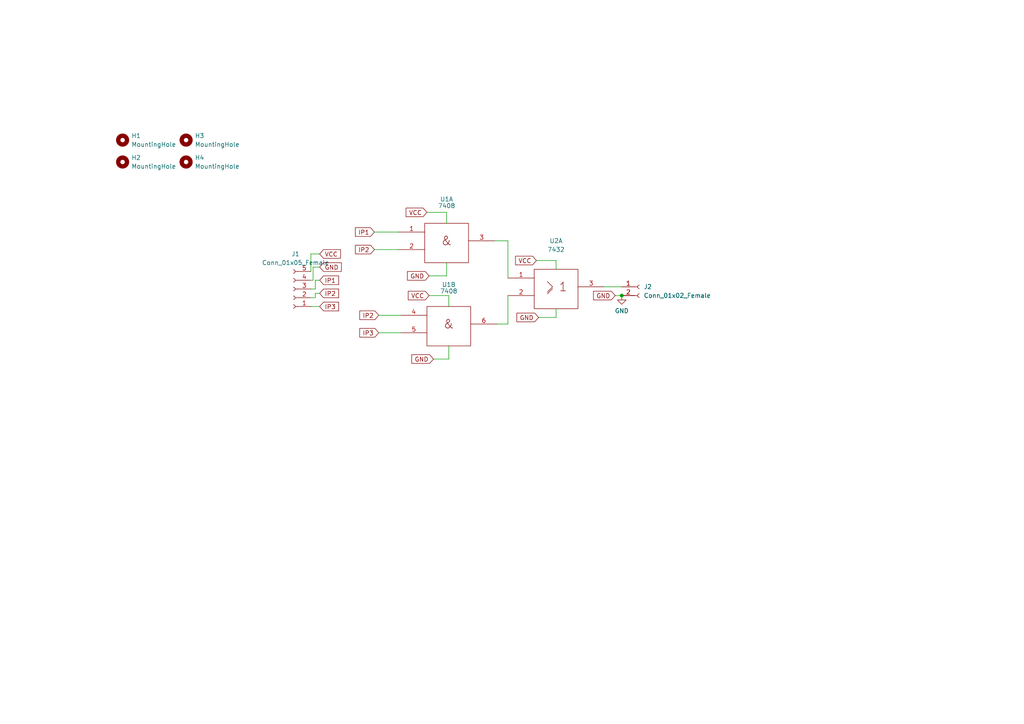
<source format=kicad_sch>
(kicad_sch (version 20211123) (generator eeschema)
  (paper "A4")
  (lib_symbols
    (symbol "74xx_IEEE:7408" (pin_names (offset 0.762))
      (property "Reference" "U" (at 2.54 7.62 0))
      (property "Value" "7408" (at 3.81 -8.89 0))
      (symbol "7408_0_1"
        (rectangle (start -6.35 5.08) (end 6.35 -6.35))
        (text "&" (at 0 0 0) (effects (font (size 2.54 2.54))))
        (pin power_in line (at 0 5.08 270) (length 0) hide (name "Vcc") (number "14"))
        (pin power_in line (at 0 -6.35 90) (length 0) hide (name "Gnd") (number "7"))
      )
      (symbol "7408_1_1"
        (pin input line (at -13.97 2.54 0) (length 7.62) (name "~") (number "1"))
        (pin input line (at -13.97 -2.54 0) (length 7.62) (name "~") (number "2"))
        (pin output line (at 13.97 0 180) (length 7.62) (name "~") (number "3"))
      )
      (symbol "7408_2_1"
        (pin input line (at -13.97 2.54 0) (length 7.62) (name "~") (number "4"))
        (pin input line (at -13.97 -2.54 0) (length 7.62) (name "~") (number "5"))
        (pin input line (at 13.97 0 180) (length 7.62) (name "~") (number "6"))
      )
      (symbol "7408_3_1"
        (pin input line (at -13.97 -2.54 0) (length 7.62) (name "~") (number "10"))
        (pin input line (at 13.97 0 180) (length 7.62) (name "~") (number "8"))
        (pin input line (at -13.97 2.54 0) (length 7.62) (name "~") (number "9"))
      )
      (symbol "7408_4_1"
        (pin input line (at 13.97 0 180) (length 7.62) (name "~") (number "11"))
        (pin input line (at -13.97 2.54 0) (length 7.62) (name "~") (number "12"))
        (pin input line (at -13.97 -2.54 0) (length 7.62) (name "~") (number "13"))
      )
    )
    (symbol "74xx_IEEE:7432" (pin_names (offset 0.762))
      (property "Reference" "U" (at 2.54 6.35 0))
      (property "Value" "7432" (at 3.81 -7.62 0))
      (symbol "7432_0_1"
        (rectangle (start -6.35 5.08) (end 6.35 -6.35))
        (polyline (pts (xy -2.54 -2.032) (xy -1.016 -0.508) (xy -1.016 -0.508)))
        (polyline (pts (xy -2.54 1.524) (xy -2.54 1.524) (xy -1.016 0) (xy -2.54 -1.524) (xy -2.54 -1.524)))
        (text "1" (at 2.032 0 0) (effects (font (size 2.54 2.54))))
        (pin power_in line (at 0 5.08 270) (length 0) hide (name "Vcc") (number "14"))
        (pin power_in line (at 0 -6.35 90) (length 0) hide (name "Gnd") (number "7"))
      )
      (symbol "7432_1_1"
        (pin input line (at -13.97 2.54 0) (length 7.62) (name "~") (number "1"))
        (pin input line (at -13.97 -2.54 0) (length 7.62) (name "~") (number "2"))
        (pin output line (at 13.97 0 180) (length 7.62) (name "~") (number "3"))
      )
      (symbol "7432_2_1"
        (pin input line (at -13.97 2.54 0) (length 7.62) (name "~") (number "4"))
        (pin input line (at -13.97 -2.54 0) (length 7.62) (name "~") (number "5"))
        (pin output line (at 13.97 0 180) (length 7.62) (name "~") (number "6"))
      )
      (symbol "7432_3_1"
        (pin input line (at -13.97 -2.54 0) (length 7.62) (name "~") (number "10"))
        (pin output line (at 13.97 0 180) (length 7.62) (name "~") (number "8"))
        (pin input line (at -13.97 2.54 0) (length 7.62) (name "~") (number "9"))
      )
      (symbol "7432_4_1"
        (pin output line (at 13.97 0 180) (length 7.62) (name "~") (number "11"))
        (pin input line (at -13.97 2.54 0) (length 7.62) (name "~") (number "12"))
        (pin input line (at -13.97 -2.54 0) (length 7.62) (name "~") (number "13"))
      )
    )
    (symbol "Connector:Conn_01x02_Female" (pin_names (offset 1.016) hide)
      (property "Reference" "J" (at 0 2.54 0))
      (property "Value" "Conn_01x02_Female" (at 0 -5.08 0))
      (symbol "Conn_01x02_Female_1_1"
        (arc (start 0 -2.032) (mid -0.508 -2.54) (end 0 -3.048) (stroke (width 0.1524)))
        (polyline (pts (xy -1.27 -2.54) (xy -0.508 -2.54)) (stroke (width 0.1524)))
        (polyline (pts (xy -1.27 0) (xy -0.508 0)) (stroke (width 0.1524)))
        (arc (start 0 0.508) (mid -0.508 0) (end 0 -0.508) (stroke (width 0.1524)))
        (pin passive line (at -5.08 0 0) (length 3.81) (name "Pin_1") (number "1"))
        (pin passive line (at -5.08 -2.54 0) (length 3.81) (name "Pin_2") (number "2"))
      )
    )
    (symbol "Connector:Conn_01x05_Female" (pin_names (offset 1.016) hide)
      (property "Reference" "J" (at 0 7.62 0))
      (property "Value" "Conn_01x05_Female" (at 0 -7.62 0))
      (symbol "Conn_01x05_Female_1_1"
        (arc (start 0 -4.572) (mid -0.508 -5.08) (end 0 -5.588) (stroke (width 0.1524)))
        (arc (start 0 -2.032) (mid -0.508 -2.54) (end 0 -3.048) (stroke (width 0.1524)))
        (polyline (pts (xy -1.27 -5.08) (xy -0.508 -5.08)) (stroke (width 0.1524)))
        (polyline (pts (xy -1.27 -2.54) (xy -0.508 -2.54)) (stroke (width 0.1524)))
        (polyline (pts (xy -1.27 0) (xy -0.508 0)) (stroke (width 0.1524)))
        (polyline (pts (xy -1.27 2.54) (xy -0.508 2.54)) (stroke (width 0.1524)))
        (polyline (pts (xy -1.27 5.08) (xy -0.508 5.08)) (stroke (width 0.1524)))
        (arc (start 0 0.508) (mid -0.508 0) (end 0 -0.508) (stroke (width 0.1524)))
        (arc (start 0 3.048) (mid -0.508 2.54) (end 0 2.032) (stroke (width 0.1524)))
        (arc (start 0 5.588) (mid -0.508 5.08) (end 0 4.572) (stroke (width 0.1524)))
        (pin passive line (at -5.08 5.08 0) (length 3.81) (name "Pin_1") (number "1"))
        (pin passive line (at -5.08 2.54 0) (length 3.81) (name "Pin_2") (number "2"))
        (pin passive line (at -5.08 0 0) (length 3.81) (name "Pin_3") (number "3"))
        (pin passive line (at -5.08 -2.54 0) (length 3.81) (name "Pin_4") (number "4"))
        (pin passive line (at -5.08 -5.08 0) (length 3.81) (name "Pin_5") (number "5"))
      )
    )
    (symbol "Mechanical:MountingHole" (pin_names (offset 1.016))
      (property "Reference" "H" (at 0 5.08 0))
      (property "Value" "MountingHole" (at 0 3.175 0))
      (symbol "MountingHole_0_1"
        (circle (center 0 0) (radius 1.27) (stroke (width 1.27)))
      )
    )
    (symbol "power:GND" (power) (pin_names (offset 0))
      (property "Value" "GND" (at 0 -3.81 0))
      (symbol "GND_0_1"
        (polyline (pts (xy 0 0) (xy 0 -1.27) (xy 1.27 -1.27) (xy 0 -2.54) (xy -1.27 -1.27) (xy 0 -1.27)))
      )
      (symbol "GND_1_1"
        (pin power_in line (at 0 0 270) (length 0) hide (name "GND") (number "1"))
      )
    )
  )
  (junction (at 180.34 85.725))
  (wire (pts (xy 147.32 69.85) (xy 147.32 80.645)))
  (wire (pts (xy 91.44 85.09) (xy 92.71 85.09)))
  (wire (pts (xy 147.32 93.98) (xy 147.32 85.725)))
  (wire (pts (xy 123.825 61.595) (xy 129.54 61.595)))
  (wire (pts (xy 108.585 67.31) (xy 115.57 67.31)))
  (wire (pts (xy 90.17 81.28) (xy 90.805 81.28)))
  (wire (pts (xy 91.44 81.28) (xy 92.71 81.28)))
  (wire (pts (xy 124.46 85.725) (xy 130.175 85.725)))
  (wire (pts (xy 143.51 69.85) (xy 147.32 69.85)))
  (wire (pts (xy 129.54 61.595) (xy 129.54 64.77)))
  (wire (pts (xy 108.585 72.39) (xy 115.57 72.39)))
  (wire (pts (xy 125.73 104.14) (xy 130.175 104.14)))
  (wire (pts (xy 155.575 75.565) (xy 161.29 75.565)))
  (wire (pts (xy 161.29 89.535) (xy 161.29 92.075)))
  (wire (pts (xy 178.435 85.725) (xy 180.34 85.725)))
  (wire (pts (xy 90.805 77.47) (xy 92.71 77.47)))
  (wire (pts (xy 161.29 75.565) (xy 161.29 78.105)))
  (wire (pts (xy 161.29 92.075) (xy 156.21 92.075)))
  (wire (pts (xy 175.26 83.185) (xy 180.34 83.185)))
  (wire (pts (xy 90.17 83.82) (xy 91.44 83.82)))
  (wire (pts (xy 90.17 73.66) (xy 92.71 73.66)))
  (wire (pts (xy 91.44 83.82) (xy 91.44 81.28)))
  (wire (pts (xy 124.46 80.01) (xy 129.54 80.01)))
  (wire (pts (xy 129.54 80.01) (xy 129.54 76.2)))
  (wire (pts (xy 130.175 104.14) (xy 130.175 100.33)))
  (wire (pts (xy 90.17 78.74) (xy 90.17 73.66)))
  (wire (pts (xy 90.17 88.9) (xy 92.71 88.9)))
  (wire (pts (xy 90.805 81.28) (xy 90.805 77.47)))
  (wire (pts (xy 109.855 91.44) (xy 116.205 91.44)))
  (wire (pts (xy 90.17 86.36) (xy 91.44 86.36)))
  (wire (pts (xy 130.175 85.725) (xy 130.175 88.9)))
  (wire (pts (xy 109.855 96.52) (xy 116.205 96.52)))
  (wire (pts (xy 91.44 86.36) (xy 91.44 85.09)))
  (wire (pts (xy 144.145 93.98) (xy 147.32 93.98)))
  (global_label "IP3" (shape input) (at 109.855 96.52 180) (property "Intersheet References" "${INTERSHEET_REFS}" (effects hide)))
  (global_label "IP1" (shape input) (at 92.71 81.28 0) (property "Intersheet References" "${INTERSHEET_REFS}" (effects hide)))
  (global_label "GND" (shape input) (at 156.21 92.075 180) (property "Intersheet References" "${INTERSHEET_REFS}" (effects hide)))
  (global_label "GND" (shape input) (at 124.46 80.01 180) (property "Intersheet References" "${INTERSHEET_REFS}" (effects hide)))
  (global_label "VCC" (shape input) (at 155.575 75.565 180) (property "Intersheet References" "${INTERSHEET_REFS}" (effects hide)))
  (global_label "GND" (shape input) (at 92.71 77.47 0) (property "Intersheet References" "${INTERSHEET_REFS}" (effects hide)))
  (global_label "VCC" (shape input) (at 124.46 85.725 180) (property "Intersheet References" "${INTERSHEET_REFS}" (effects hide)))
  (global_label "IP1" (shape input) (at 108.585 67.31 180) (property "Intersheet References" "${INTERSHEET_REFS}" (effects hide)))
  (global_label "GND" (shape input) (at 125.73 104.14 180) (property "Intersheet References" "${INTERSHEET_REFS}" (effects hide)))
  (global_label "VCC" (shape input) (at 123.825 61.595 180) (property "Intersheet References" "${INTERSHEET_REFS}" (effects hide)))
  (global_label "VCC" (shape input) (at 92.71 73.66 0) (property "Intersheet References" "${INTERSHEET_REFS}" (effects hide)))
  (global_label "GND" (shape input) (at 178.435 85.725 180) (property "Intersheet References" "${INTERSHEET_REFS}" (effects hide)))
  (global_label "IP3" (shape input) (at 92.71 88.9 0) (property "Intersheet References" "${INTERSHEET_REFS}" (effects hide)))
  (global_label "IP2" (shape input) (at 92.71 85.09 0) (property "Intersheet References" "${INTERSHEET_REFS}" (effects hide)))
  (global_label "IP2" (shape input) (at 108.585 72.39 180) (property "Intersheet References" "${INTERSHEET_REFS}" (effects hide)))
  (global_label "IP2" (shape input) (at 109.855 91.44 180) (property "Intersheet References" "${INTERSHEET_REFS}" (effects hide)))
  (symbol (lib_id "Mechanical:MountingHole") (at 53.975 46.99 0) (unit 1)
    (property "Reference" "H4" (at 56.515 45.7199 0) (effects (justify left)))
    (property "Value" "MountingHole" (at 56.515 48.2599 0) (effects (justify left)))
    (property "Footprint" "MountingHole:MountingHole_2.5mm" (effects hide))
  )
  (symbol (lib_id "Mechanical:MountingHole") (at 35.56 46.99 0) (unit 1)
    (property "Reference" "H2" (at 38.1 45.7199 0) (effects (justify left)))
    (property "Value" "MountingHole" (at 38.1 48.2599 0) (effects (justify left)))
    (property "Footprint" "MountingHole:MountingHole_2.5mm" (effects hide))
  )
  (symbol (lib_id "74xx_IEEE:7408") (at 129.54 69.85 0) (unit 1)
    (property "Reference" "U1" (at 129.54 57.785 0))
    (property "Value" "7408" (at 129.54 59.69 0))
    (property "Footprint" "Package_DIP:DIP-14_W7.62mm_Socket" (effects hide))
  )
  (symbol (lib_id "Mechanical:MountingHole") (at 53.975 40.64 0) (unit 1)
    (property "Reference" "H3" (at 56.515 39.3699 0) (effects (justify left)))
    (property "Value" "MountingHole" (at 56.515 41.9099 0) (effects (justify left)))
    (property "Footprint" "MountingHole:MountingHole_2.5mm" (effects hide))
  )
  (symbol (lib_id "Connector:Conn_01x02_Female") (at 185.42 83.185 0) (unit 1)
    (property "Reference" "J2" (at 186.69 83.1849 0) (effects (justify left)))
    (property "Value" "Conn_01x02_Female" (at 186.69 85.7249 0) (effects (justify left)))
    (property "Footprint" "Connector_JST:JST_EH_S2B-EH_1x02_P2.50mm_Horizontal" (effects hide))
  )
  (symbol (lib_id "74xx_IEEE:7408") (at 130.175 93.98 0) (unit 2)
    (property "Reference" "U1" (at 130.175 82.55 0))
    (property "Value" "7408" (at 130.175 84.455 0))
    (property "Footprint" "Package_DIP:DIP-14_W7.62mm_Socket" (effects hide))
  )
  (symbol (lib_id "Connector:Conn_01x05_Female") (at 85.09 83.82 180) (unit 1)
    (property "Reference" "J1" (at 85.725 73.66 0))
    (property "Value" "Conn_01x05_Female" (at 85.725 76.2 0))
    (property "Footprint" "Connector_JST:JST_EH_S5B-EH_1x05_P2.50mm_Horizontal" (effects hide))
  )
  (symbol (lib_id "74xx_IEEE:7432") (at 161.29 83.185 0) (unit 1)
    (property "Reference" "U2" (at 161.29 69.85 0))
    (property "Value" "7432" (at 161.29 72.39 0))
    (property "Footprint" "Package_DIP:DIP-14_W7.62mm_Socket" (effects hide))
  )
  (symbol (lib_id "Mechanical:MountingHole") (at 35.56 40.64 0) (unit 1)
    (property "Reference" "H1" (at 38.1 39.3699 0) (effects (justify left)))
    (property "Value" "MountingHole" (at 38.1 41.9099 0) (effects (justify left)))
    (property "Footprint" "MountingHole:MountingHole_2.5mm" (effects hide))
  )
  (symbol (lib_id "power:GND") (at 180.34 85.725 0) (unit 1)
    (property "Reference" "#PWR0101" (effects hide))
    (property "Value" "GND" (at 180.34 90.17 0))
  )
)
</source>
